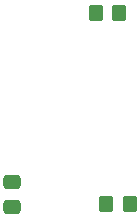
<source format=gbp>
%TF.GenerationSoftware,KiCad,Pcbnew,(6.0.7)*%
%TF.CreationDate,2022-11-19T11:38:31+01:00*%
%TF.ProjectId,placamaster,706c6163-616d-4617-9374-65722e6b6963,v01*%
%TF.SameCoordinates,Original*%
%TF.FileFunction,Paste,Bot*%
%TF.FilePolarity,Positive*%
%FSLAX46Y46*%
G04 Gerber Fmt 4.6, Leading zero omitted, Abs format (unit mm)*
G04 Created by KiCad (PCBNEW (6.0.7)) date 2022-11-19 11:38:31*
%MOMM*%
%LPD*%
G01*
G04 APERTURE LIST*
G04 Aperture macros list*
%AMRoundRect*
0 Rectangle with rounded corners*
0 $1 Rounding radius*
0 $2 $3 $4 $5 $6 $7 $8 $9 X,Y pos of 4 corners*
0 Add a 4 corners polygon primitive as box body*
4,1,4,$2,$3,$4,$5,$6,$7,$8,$9,$2,$3,0*
0 Add four circle primitives for the rounded corners*
1,1,$1+$1,$2,$3*
1,1,$1+$1,$4,$5*
1,1,$1+$1,$6,$7*
1,1,$1+$1,$8,$9*
0 Add four rect primitives between the rounded corners*
20,1,$1+$1,$2,$3,$4,$5,0*
20,1,$1+$1,$4,$5,$6,$7,0*
20,1,$1+$1,$6,$7,$8,$9,0*
20,1,$1+$1,$8,$9,$2,$3,0*%
G04 Aperture macros list end*
%ADD10RoundRect,0.250000X-0.350000X-0.450000X0.350000X-0.450000X0.350000X0.450000X-0.350000X0.450000X0*%
%ADD11RoundRect,0.250000X0.475000X-0.337500X0.475000X0.337500X-0.475000X0.337500X-0.475000X-0.337500X0*%
G04 APERTURE END LIST*
D10*
%TO.C,R5*%
X119462800Y-61112400D03*
X121462800Y-61112400D03*
%TD*%
D11*
%TO.C,C1*%
X112369600Y-77513000D03*
X112369600Y-75438000D03*
%TD*%
D10*
%TO.C,R4*%
X120351800Y-77241400D03*
X122351800Y-77241400D03*
%TD*%
M02*

</source>
